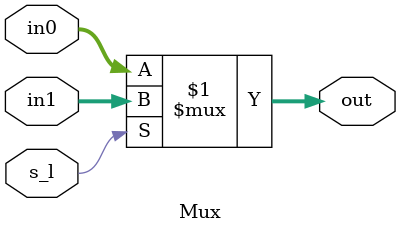
<source format=sv>
module Mux
#(
	parameter RAM_WIDTH	= 32
)
(
  input   s_l,
  input   [RAM_WIDTH-1:0] in0,
  input   [RAM_WIDTH-1:0] in1,
  output  [RAM_WIDTH-1:0] out
);
  assign out = s_l ? in1 : in0;
endmodule

</source>
